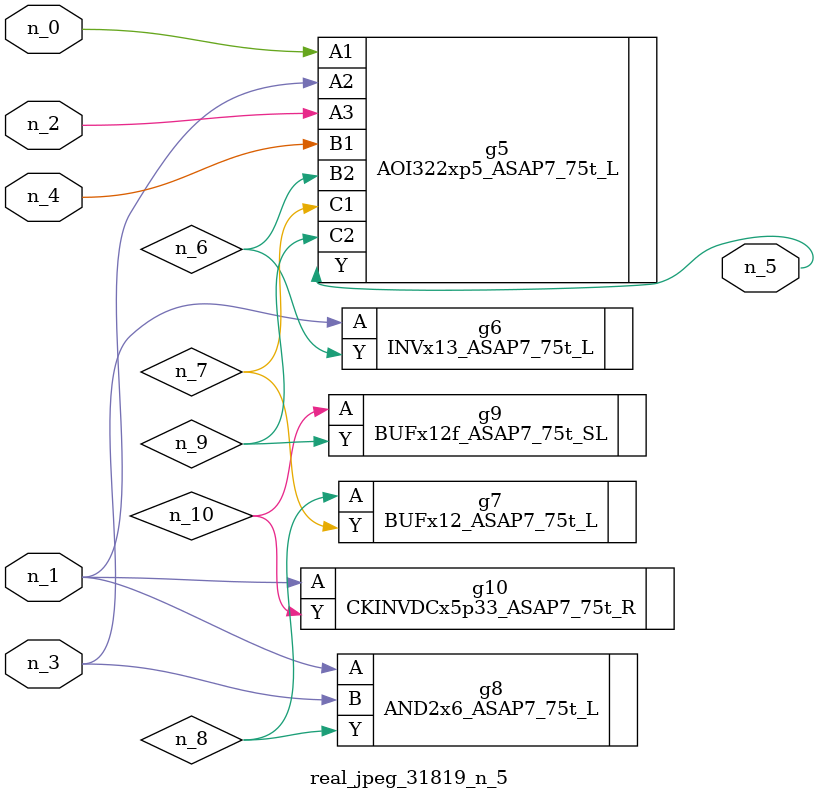
<source format=v>
module real_jpeg_31819_n_5 (n_4, n_0, n_1, n_2, n_3, n_5);

input n_4;
input n_0;
input n_1;
input n_2;
input n_3;

output n_5;

wire n_8;
wire n_6;
wire n_7;
wire n_10;
wire n_9;

AOI322xp5_ASAP7_75t_L g5 ( 
.A1(n_0),
.A2(n_1),
.A3(n_2),
.B1(n_4),
.B2(n_6),
.C1(n_7),
.C2(n_9),
.Y(n_5)
);

AND2x6_ASAP7_75t_L g8 ( 
.A(n_1),
.B(n_3),
.Y(n_8)
);

CKINVDCx5p33_ASAP7_75t_R g10 ( 
.A(n_1),
.Y(n_10)
);

INVx13_ASAP7_75t_L g6 ( 
.A(n_3),
.Y(n_6)
);

BUFx12_ASAP7_75t_L g7 ( 
.A(n_8),
.Y(n_7)
);

BUFx12f_ASAP7_75t_SL g9 ( 
.A(n_10),
.Y(n_9)
);


endmodule
</source>
